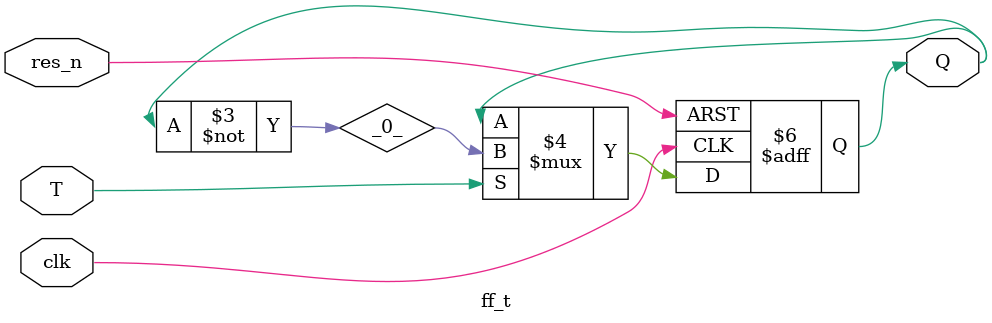
<source format=v>
/* Generated by Yosys 0.59+134 (git sha1 07a690570, clang++ 18.1.8 -fPIC -O3) */

module counter_tff_sync(clk, res_n, en, count_up, count);
  input clk;
  wire clk;
  input res_n;
  wire res_n;
  input en;
  wire en;
  input count_up;
  wire count_up;
  output [2:0] count;
  wire [2:0] count;
  wire _0_;
  wire _1_;
  wire _2_;
  wire _3_;
  wire [2:0] en_and;
  assign en_and[1] = en & _2_;
  assign en_and[2] = en_and[1] & _3_;
  assign _0_ = ~ count[0];
  assign _1_ = ~ count[1];
  assign _2_ = count_up ? count[0] : _0_;
  assign _3_ = count_up ? count[1] : _1_;
  ff_t ff_0 (
    .Q(count[0]),
    .T(en),
    .clk(clk),
    .res_n(res_n)
  );
  ff_t \genblk1[1].ff_i  (
    .Q(count[1]),
    .T(en_and[1]),
    .clk(clk),
    .res_n(res_n)
  );
  ff_t \genblk1[2].ff_i  (
    .Q(count[2]),
    .T(en_and[2]),
    .clk(clk),
    .res_n(res_n)
  );
  assign en_and[0] = en;
endmodule

module ff_t(clk, res_n, T, Q);
  input clk;
  wire clk;
  input res_n;
  wire res_n;
  input [0:0] T;
  wire [0:0] T;
  output [0:0] Q;
  reg [0:0] Q;
  wire _0_;
  always @(posedge clk, negedge res_n)
    if (!res_n) Q <= 1'h0;
    else if (T) Q <= _0_;
  assign _0_ = ~ Q;
endmodule

</source>
